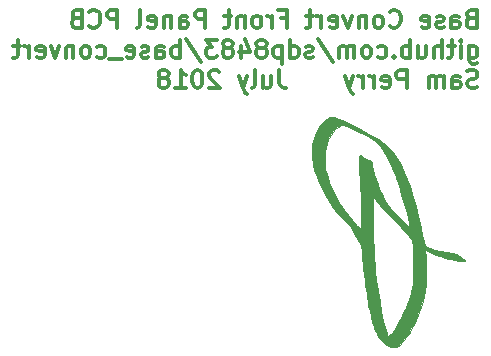
<source format=gbr>
G04 #@! TF.FileFunction,Legend,Bot*
%FSLAX46Y46*%
G04 Gerber Fmt 4.6, Leading zero omitted, Abs format (unit mm)*
G04 Created by KiCad (PCBNEW 4.0.7) date Friday, July 13, 2018 'AMt' 10:09:28 AM*
%MOMM*%
%LPD*%
G01*
G04 APERTURE LIST*
%ADD10C,0.100000*%
%ADD11C,0.300000*%
%ADD12C,0.010000*%
G04 APERTURE END LIST*
D10*
D11*
X140142857Y-88342857D02*
X139928571Y-88414286D01*
X139857143Y-88485714D01*
X139785714Y-88628571D01*
X139785714Y-88842857D01*
X139857143Y-88985714D01*
X139928571Y-89057143D01*
X140071429Y-89128571D01*
X140642857Y-89128571D01*
X140642857Y-87628571D01*
X140142857Y-87628571D01*
X140000000Y-87700000D01*
X139928571Y-87771429D01*
X139857143Y-87914286D01*
X139857143Y-88057143D01*
X139928571Y-88200000D01*
X140000000Y-88271429D01*
X140142857Y-88342857D01*
X140642857Y-88342857D01*
X138500000Y-89128571D02*
X138500000Y-88342857D01*
X138571429Y-88200000D01*
X138714286Y-88128571D01*
X139000000Y-88128571D01*
X139142857Y-88200000D01*
X138500000Y-89057143D02*
X138642857Y-89128571D01*
X139000000Y-89128571D01*
X139142857Y-89057143D01*
X139214286Y-88914286D01*
X139214286Y-88771429D01*
X139142857Y-88628571D01*
X139000000Y-88557143D01*
X138642857Y-88557143D01*
X138500000Y-88485714D01*
X137857143Y-89057143D02*
X137714286Y-89128571D01*
X137428571Y-89128571D01*
X137285714Y-89057143D01*
X137214286Y-88914286D01*
X137214286Y-88842857D01*
X137285714Y-88700000D01*
X137428571Y-88628571D01*
X137642857Y-88628571D01*
X137785714Y-88557143D01*
X137857143Y-88414286D01*
X137857143Y-88342857D01*
X137785714Y-88200000D01*
X137642857Y-88128571D01*
X137428571Y-88128571D01*
X137285714Y-88200000D01*
X136000000Y-89057143D02*
X136142857Y-89128571D01*
X136428571Y-89128571D01*
X136571428Y-89057143D01*
X136642857Y-88914286D01*
X136642857Y-88342857D01*
X136571428Y-88200000D01*
X136428571Y-88128571D01*
X136142857Y-88128571D01*
X136000000Y-88200000D01*
X135928571Y-88342857D01*
X135928571Y-88485714D01*
X136642857Y-88628571D01*
X133285714Y-88985714D02*
X133357143Y-89057143D01*
X133571429Y-89128571D01*
X133714286Y-89128571D01*
X133928571Y-89057143D01*
X134071429Y-88914286D01*
X134142857Y-88771429D01*
X134214286Y-88485714D01*
X134214286Y-88271429D01*
X134142857Y-87985714D01*
X134071429Y-87842857D01*
X133928571Y-87700000D01*
X133714286Y-87628571D01*
X133571429Y-87628571D01*
X133357143Y-87700000D01*
X133285714Y-87771429D01*
X132428571Y-89128571D02*
X132571429Y-89057143D01*
X132642857Y-88985714D01*
X132714286Y-88842857D01*
X132714286Y-88414286D01*
X132642857Y-88271429D01*
X132571429Y-88200000D01*
X132428571Y-88128571D01*
X132214286Y-88128571D01*
X132071429Y-88200000D01*
X132000000Y-88271429D01*
X131928571Y-88414286D01*
X131928571Y-88842857D01*
X132000000Y-88985714D01*
X132071429Y-89057143D01*
X132214286Y-89128571D01*
X132428571Y-89128571D01*
X131285714Y-88128571D02*
X131285714Y-89128571D01*
X131285714Y-88271429D02*
X131214286Y-88200000D01*
X131071428Y-88128571D01*
X130857143Y-88128571D01*
X130714286Y-88200000D01*
X130642857Y-88342857D01*
X130642857Y-89128571D01*
X130071428Y-88128571D02*
X129714285Y-89128571D01*
X129357143Y-88128571D01*
X128214286Y-89057143D02*
X128357143Y-89128571D01*
X128642857Y-89128571D01*
X128785714Y-89057143D01*
X128857143Y-88914286D01*
X128857143Y-88342857D01*
X128785714Y-88200000D01*
X128642857Y-88128571D01*
X128357143Y-88128571D01*
X128214286Y-88200000D01*
X128142857Y-88342857D01*
X128142857Y-88485714D01*
X128857143Y-88628571D01*
X127500000Y-89128571D02*
X127500000Y-88128571D01*
X127500000Y-88414286D02*
X127428572Y-88271429D01*
X127357143Y-88200000D01*
X127214286Y-88128571D01*
X127071429Y-88128571D01*
X126785715Y-88128571D02*
X126214286Y-88128571D01*
X126571429Y-87628571D02*
X126571429Y-88914286D01*
X126500001Y-89057143D01*
X126357143Y-89128571D01*
X126214286Y-89128571D01*
X124071429Y-88342857D02*
X124571429Y-88342857D01*
X124571429Y-89128571D02*
X124571429Y-87628571D01*
X123857143Y-87628571D01*
X123285715Y-89128571D02*
X123285715Y-88128571D01*
X123285715Y-88414286D02*
X123214287Y-88271429D01*
X123142858Y-88200000D01*
X123000001Y-88128571D01*
X122857144Y-88128571D01*
X122142858Y-89128571D02*
X122285716Y-89057143D01*
X122357144Y-88985714D01*
X122428573Y-88842857D01*
X122428573Y-88414286D01*
X122357144Y-88271429D01*
X122285716Y-88200000D01*
X122142858Y-88128571D01*
X121928573Y-88128571D01*
X121785716Y-88200000D01*
X121714287Y-88271429D01*
X121642858Y-88414286D01*
X121642858Y-88842857D01*
X121714287Y-88985714D01*
X121785716Y-89057143D01*
X121928573Y-89128571D01*
X122142858Y-89128571D01*
X121000001Y-88128571D02*
X121000001Y-89128571D01*
X121000001Y-88271429D02*
X120928573Y-88200000D01*
X120785715Y-88128571D01*
X120571430Y-88128571D01*
X120428573Y-88200000D01*
X120357144Y-88342857D01*
X120357144Y-89128571D01*
X119857144Y-88128571D02*
X119285715Y-88128571D01*
X119642858Y-87628571D02*
X119642858Y-88914286D01*
X119571430Y-89057143D01*
X119428572Y-89128571D01*
X119285715Y-89128571D01*
X117642858Y-89128571D02*
X117642858Y-87628571D01*
X117071430Y-87628571D01*
X116928572Y-87700000D01*
X116857144Y-87771429D01*
X116785715Y-87914286D01*
X116785715Y-88128571D01*
X116857144Y-88271429D01*
X116928572Y-88342857D01*
X117071430Y-88414286D01*
X117642858Y-88414286D01*
X115500001Y-89128571D02*
X115500001Y-88342857D01*
X115571430Y-88200000D01*
X115714287Y-88128571D01*
X116000001Y-88128571D01*
X116142858Y-88200000D01*
X115500001Y-89057143D02*
X115642858Y-89128571D01*
X116000001Y-89128571D01*
X116142858Y-89057143D01*
X116214287Y-88914286D01*
X116214287Y-88771429D01*
X116142858Y-88628571D01*
X116000001Y-88557143D01*
X115642858Y-88557143D01*
X115500001Y-88485714D01*
X114785715Y-88128571D02*
X114785715Y-89128571D01*
X114785715Y-88271429D02*
X114714287Y-88200000D01*
X114571429Y-88128571D01*
X114357144Y-88128571D01*
X114214287Y-88200000D01*
X114142858Y-88342857D01*
X114142858Y-89128571D01*
X112857144Y-89057143D02*
X113000001Y-89128571D01*
X113285715Y-89128571D01*
X113428572Y-89057143D01*
X113500001Y-88914286D01*
X113500001Y-88342857D01*
X113428572Y-88200000D01*
X113285715Y-88128571D01*
X113000001Y-88128571D01*
X112857144Y-88200000D01*
X112785715Y-88342857D01*
X112785715Y-88485714D01*
X113500001Y-88628571D01*
X111928572Y-89128571D02*
X112071430Y-89057143D01*
X112142858Y-88914286D01*
X112142858Y-87628571D01*
X110214287Y-89128571D02*
X110214287Y-87628571D01*
X109642859Y-87628571D01*
X109500001Y-87700000D01*
X109428573Y-87771429D01*
X109357144Y-87914286D01*
X109357144Y-88128571D01*
X109428573Y-88271429D01*
X109500001Y-88342857D01*
X109642859Y-88414286D01*
X110214287Y-88414286D01*
X107857144Y-88985714D02*
X107928573Y-89057143D01*
X108142859Y-89128571D01*
X108285716Y-89128571D01*
X108500001Y-89057143D01*
X108642859Y-88914286D01*
X108714287Y-88771429D01*
X108785716Y-88485714D01*
X108785716Y-88271429D01*
X108714287Y-87985714D01*
X108642859Y-87842857D01*
X108500001Y-87700000D01*
X108285716Y-87628571D01*
X108142859Y-87628571D01*
X107928573Y-87700000D01*
X107857144Y-87771429D01*
X106714287Y-88342857D02*
X106500001Y-88414286D01*
X106428573Y-88485714D01*
X106357144Y-88628571D01*
X106357144Y-88842857D01*
X106428573Y-88985714D01*
X106500001Y-89057143D01*
X106642859Y-89128571D01*
X107214287Y-89128571D01*
X107214287Y-87628571D01*
X106714287Y-87628571D01*
X106571430Y-87700000D01*
X106500001Y-87771429D01*
X106428573Y-87914286D01*
X106428573Y-88057143D01*
X106500001Y-88200000D01*
X106571430Y-88271429D01*
X106714287Y-88342857D01*
X107214287Y-88342857D01*
X140000000Y-90678571D02*
X140000000Y-91892857D01*
X140071429Y-92035714D01*
X140142857Y-92107143D01*
X140285714Y-92178571D01*
X140500000Y-92178571D01*
X140642857Y-92107143D01*
X140000000Y-91607143D02*
X140142857Y-91678571D01*
X140428571Y-91678571D01*
X140571429Y-91607143D01*
X140642857Y-91535714D01*
X140714286Y-91392857D01*
X140714286Y-90964286D01*
X140642857Y-90821429D01*
X140571429Y-90750000D01*
X140428571Y-90678571D01*
X140142857Y-90678571D01*
X140000000Y-90750000D01*
X139285714Y-91678571D02*
X139285714Y-90678571D01*
X139285714Y-90178571D02*
X139357143Y-90250000D01*
X139285714Y-90321429D01*
X139214286Y-90250000D01*
X139285714Y-90178571D01*
X139285714Y-90321429D01*
X138785714Y-90678571D02*
X138214285Y-90678571D01*
X138571428Y-90178571D02*
X138571428Y-91464286D01*
X138500000Y-91607143D01*
X138357142Y-91678571D01*
X138214285Y-91678571D01*
X137714285Y-91678571D02*
X137714285Y-90178571D01*
X137071428Y-91678571D02*
X137071428Y-90892857D01*
X137142857Y-90750000D01*
X137285714Y-90678571D01*
X137499999Y-90678571D01*
X137642857Y-90750000D01*
X137714285Y-90821429D01*
X135714285Y-90678571D02*
X135714285Y-91678571D01*
X136357142Y-90678571D02*
X136357142Y-91464286D01*
X136285714Y-91607143D01*
X136142856Y-91678571D01*
X135928571Y-91678571D01*
X135785714Y-91607143D01*
X135714285Y-91535714D01*
X134999999Y-91678571D02*
X134999999Y-90178571D01*
X134999999Y-90750000D02*
X134857142Y-90678571D01*
X134571428Y-90678571D01*
X134428571Y-90750000D01*
X134357142Y-90821429D01*
X134285713Y-90964286D01*
X134285713Y-91392857D01*
X134357142Y-91535714D01*
X134428571Y-91607143D01*
X134571428Y-91678571D01*
X134857142Y-91678571D01*
X134999999Y-91607143D01*
X133642856Y-91535714D02*
X133571428Y-91607143D01*
X133642856Y-91678571D01*
X133714285Y-91607143D01*
X133642856Y-91535714D01*
X133642856Y-91678571D01*
X132285713Y-91607143D02*
X132428570Y-91678571D01*
X132714284Y-91678571D01*
X132857142Y-91607143D01*
X132928570Y-91535714D01*
X132999999Y-91392857D01*
X132999999Y-90964286D01*
X132928570Y-90821429D01*
X132857142Y-90750000D01*
X132714284Y-90678571D01*
X132428570Y-90678571D01*
X132285713Y-90750000D01*
X131428570Y-91678571D02*
X131571428Y-91607143D01*
X131642856Y-91535714D01*
X131714285Y-91392857D01*
X131714285Y-90964286D01*
X131642856Y-90821429D01*
X131571428Y-90750000D01*
X131428570Y-90678571D01*
X131214285Y-90678571D01*
X131071428Y-90750000D01*
X130999999Y-90821429D01*
X130928570Y-90964286D01*
X130928570Y-91392857D01*
X130999999Y-91535714D01*
X131071428Y-91607143D01*
X131214285Y-91678571D01*
X131428570Y-91678571D01*
X130285713Y-91678571D02*
X130285713Y-90678571D01*
X130285713Y-90821429D02*
X130214285Y-90750000D01*
X130071427Y-90678571D01*
X129857142Y-90678571D01*
X129714285Y-90750000D01*
X129642856Y-90892857D01*
X129642856Y-91678571D01*
X129642856Y-90892857D02*
X129571427Y-90750000D01*
X129428570Y-90678571D01*
X129214285Y-90678571D01*
X129071427Y-90750000D01*
X128999999Y-90892857D01*
X128999999Y-91678571D01*
X127214285Y-90107143D02*
X128499999Y-92035714D01*
X126785713Y-91607143D02*
X126642856Y-91678571D01*
X126357141Y-91678571D01*
X126214284Y-91607143D01*
X126142856Y-91464286D01*
X126142856Y-91392857D01*
X126214284Y-91250000D01*
X126357141Y-91178571D01*
X126571427Y-91178571D01*
X126714284Y-91107143D01*
X126785713Y-90964286D01*
X126785713Y-90892857D01*
X126714284Y-90750000D01*
X126571427Y-90678571D01*
X126357141Y-90678571D01*
X126214284Y-90750000D01*
X124857141Y-91678571D02*
X124857141Y-90178571D01*
X124857141Y-91607143D02*
X124999998Y-91678571D01*
X125285712Y-91678571D01*
X125428570Y-91607143D01*
X125499998Y-91535714D01*
X125571427Y-91392857D01*
X125571427Y-90964286D01*
X125499998Y-90821429D01*
X125428570Y-90750000D01*
X125285712Y-90678571D01*
X124999998Y-90678571D01*
X124857141Y-90750000D01*
X124142855Y-90678571D02*
X124142855Y-92178571D01*
X124142855Y-90750000D02*
X123999998Y-90678571D01*
X123714284Y-90678571D01*
X123571427Y-90750000D01*
X123499998Y-90821429D01*
X123428569Y-90964286D01*
X123428569Y-91392857D01*
X123499998Y-91535714D01*
X123571427Y-91607143D01*
X123714284Y-91678571D01*
X123999998Y-91678571D01*
X124142855Y-91607143D01*
X122571426Y-90821429D02*
X122714284Y-90750000D01*
X122785712Y-90678571D01*
X122857141Y-90535714D01*
X122857141Y-90464286D01*
X122785712Y-90321429D01*
X122714284Y-90250000D01*
X122571426Y-90178571D01*
X122285712Y-90178571D01*
X122142855Y-90250000D01*
X122071426Y-90321429D01*
X121999998Y-90464286D01*
X121999998Y-90535714D01*
X122071426Y-90678571D01*
X122142855Y-90750000D01*
X122285712Y-90821429D01*
X122571426Y-90821429D01*
X122714284Y-90892857D01*
X122785712Y-90964286D01*
X122857141Y-91107143D01*
X122857141Y-91392857D01*
X122785712Y-91535714D01*
X122714284Y-91607143D01*
X122571426Y-91678571D01*
X122285712Y-91678571D01*
X122142855Y-91607143D01*
X122071426Y-91535714D01*
X121999998Y-91392857D01*
X121999998Y-91107143D01*
X122071426Y-90964286D01*
X122142855Y-90892857D01*
X122285712Y-90821429D01*
X120714284Y-90678571D02*
X120714284Y-91678571D01*
X121071427Y-90107143D02*
X121428570Y-91178571D01*
X120499998Y-91178571D01*
X119714284Y-90821429D02*
X119857142Y-90750000D01*
X119928570Y-90678571D01*
X119999999Y-90535714D01*
X119999999Y-90464286D01*
X119928570Y-90321429D01*
X119857142Y-90250000D01*
X119714284Y-90178571D01*
X119428570Y-90178571D01*
X119285713Y-90250000D01*
X119214284Y-90321429D01*
X119142856Y-90464286D01*
X119142856Y-90535714D01*
X119214284Y-90678571D01*
X119285713Y-90750000D01*
X119428570Y-90821429D01*
X119714284Y-90821429D01*
X119857142Y-90892857D01*
X119928570Y-90964286D01*
X119999999Y-91107143D01*
X119999999Y-91392857D01*
X119928570Y-91535714D01*
X119857142Y-91607143D01*
X119714284Y-91678571D01*
X119428570Y-91678571D01*
X119285713Y-91607143D01*
X119214284Y-91535714D01*
X119142856Y-91392857D01*
X119142856Y-91107143D01*
X119214284Y-90964286D01*
X119285713Y-90892857D01*
X119428570Y-90821429D01*
X118642856Y-90178571D02*
X117714285Y-90178571D01*
X118214285Y-90750000D01*
X117999999Y-90750000D01*
X117857142Y-90821429D01*
X117785713Y-90892857D01*
X117714285Y-91035714D01*
X117714285Y-91392857D01*
X117785713Y-91535714D01*
X117857142Y-91607143D01*
X117999999Y-91678571D01*
X118428571Y-91678571D01*
X118571428Y-91607143D01*
X118642856Y-91535714D01*
X116000000Y-90107143D02*
X117285714Y-92035714D01*
X115499999Y-91678571D02*
X115499999Y-90178571D01*
X115499999Y-90750000D02*
X115357142Y-90678571D01*
X115071428Y-90678571D01*
X114928571Y-90750000D01*
X114857142Y-90821429D01*
X114785713Y-90964286D01*
X114785713Y-91392857D01*
X114857142Y-91535714D01*
X114928571Y-91607143D01*
X115071428Y-91678571D01*
X115357142Y-91678571D01*
X115499999Y-91607143D01*
X113499999Y-91678571D02*
X113499999Y-90892857D01*
X113571428Y-90750000D01*
X113714285Y-90678571D01*
X113999999Y-90678571D01*
X114142856Y-90750000D01*
X113499999Y-91607143D02*
X113642856Y-91678571D01*
X113999999Y-91678571D01*
X114142856Y-91607143D01*
X114214285Y-91464286D01*
X114214285Y-91321429D01*
X114142856Y-91178571D01*
X113999999Y-91107143D01*
X113642856Y-91107143D01*
X113499999Y-91035714D01*
X112857142Y-91607143D02*
X112714285Y-91678571D01*
X112428570Y-91678571D01*
X112285713Y-91607143D01*
X112214285Y-91464286D01*
X112214285Y-91392857D01*
X112285713Y-91250000D01*
X112428570Y-91178571D01*
X112642856Y-91178571D01*
X112785713Y-91107143D01*
X112857142Y-90964286D01*
X112857142Y-90892857D01*
X112785713Y-90750000D01*
X112642856Y-90678571D01*
X112428570Y-90678571D01*
X112285713Y-90750000D01*
X110999999Y-91607143D02*
X111142856Y-91678571D01*
X111428570Y-91678571D01*
X111571427Y-91607143D01*
X111642856Y-91464286D01*
X111642856Y-90892857D01*
X111571427Y-90750000D01*
X111428570Y-90678571D01*
X111142856Y-90678571D01*
X110999999Y-90750000D01*
X110928570Y-90892857D01*
X110928570Y-91035714D01*
X111642856Y-91178571D01*
X110642856Y-91821429D02*
X109499999Y-91821429D01*
X108499999Y-91607143D02*
X108642856Y-91678571D01*
X108928570Y-91678571D01*
X109071428Y-91607143D01*
X109142856Y-91535714D01*
X109214285Y-91392857D01*
X109214285Y-90964286D01*
X109142856Y-90821429D01*
X109071428Y-90750000D01*
X108928570Y-90678571D01*
X108642856Y-90678571D01*
X108499999Y-90750000D01*
X107642856Y-91678571D02*
X107785714Y-91607143D01*
X107857142Y-91535714D01*
X107928571Y-91392857D01*
X107928571Y-90964286D01*
X107857142Y-90821429D01*
X107785714Y-90750000D01*
X107642856Y-90678571D01*
X107428571Y-90678571D01*
X107285714Y-90750000D01*
X107214285Y-90821429D01*
X107142856Y-90964286D01*
X107142856Y-91392857D01*
X107214285Y-91535714D01*
X107285714Y-91607143D01*
X107428571Y-91678571D01*
X107642856Y-91678571D01*
X106499999Y-90678571D02*
X106499999Y-91678571D01*
X106499999Y-90821429D02*
X106428571Y-90750000D01*
X106285713Y-90678571D01*
X106071428Y-90678571D01*
X105928571Y-90750000D01*
X105857142Y-90892857D01*
X105857142Y-91678571D01*
X105285713Y-90678571D02*
X104928570Y-91678571D01*
X104571428Y-90678571D01*
X103428571Y-91607143D02*
X103571428Y-91678571D01*
X103857142Y-91678571D01*
X103999999Y-91607143D01*
X104071428Y-91464286D01*
X104071428Y-90892857D01*
X103999999Y-90750000D01*
X103857142Y-90678571D01*
X103571428Y-90678571D01*
X103428571Y-90750000D01*
X103357142Y-90892857D01*
X103357142Y-91035714D01*
X104071428Y-91178571D01*
X102714285Y-91678571D02*
X102714285Y-90678571D01*
X102714285Y-90964286D02*
X102642857Y-90821429D01*
X102571428Y-90750000D01*
X102428571Y-90678571D01*
X102285714Y-90678571D01*
X102000000Y-90678571D02*
X101428571Y-90678571D01*
X101785714Y-90178571D02*
X101785714Y-91464286D01*
X101714286Y-91607143D01*
X101571428Y-91678571D01*
X101428571Y-91678571D01*
X140714286Y-94157143D02*
X140500000Y-94228571D01*
X140142857Y-94228571D01*
X140000000Y-94157143D01*
X139928571Y-94085714D01*
X139857143Y-93942857D01*
X139857143Y-93800000D01*
X139928571Y-93657143D01*
X140000000Y-93585714D01*
X140142857Y-93514286D01*
X140428571Y-93442857D01*
X140571429Y-93371429D01*
X140642857Y-93300000D01*
X140714286Y-93157143D01*
X140714286Y-93014286D01*
X140642857Y-92871429D01*
X140571429Y-92800000D01*
X140428571Y-92728571D01*
X140071429Y-92728571D01*
X139857143Y-92800000D01*
X138571429Y-94228571D02*
X138571429Y-93442857D01*
X138642858Y-93300000D01*
X138785715Y-93228571D01*
X139071429Y-93228571D01*
X139214286Y-93300000D01*
X138571429Y-94157143D02*
X138714286Y-94228571D01*
X139071429Y-94228571D01*
X139214286Y-94157143D01*
X139285715Y-94014286D01*
X139285715Y-93871429D01*
X139214286Y-93728571D01*
X139071429Y-93657143D01*
X138714286Y-93657143D01*
X138571429Y-93585714D01*
X137857143Y-94228571D02*
X137857143Y-93228571D01*
X137857143Y-93371429D02*
X137785715Y-93300000D01*
X137642857Y-93228571D01*
X137428572Y-93228571D01*
X137285715Y-93300000D01*
X137214286Y-93442857D01*
X137214286Y-94228571D01*
X137214286Y-93442857D02*
X137142857Y-93300000D01*
X137000000Y-93228571D01*
X136785715Y-93228571D01*
X136642857Y-93300000D01*
X136571429Y-93442857D01*
X136571429Y-94228571D01*
X134714286Y-94228571D02*
X134714286Y-92728571D01*
X134142858Y-92728571D01*
X134000000Y-92800000D01*
X133928572Y-92871429D01*
X133857143Y-93014286D01*
X133857143Y-93228571D01*
X133928572Y-93371429D01*
X134000000Y-93442857D01*
X134142858Y-93514286D01*
X134714286Y-93514286D01*
X132642858Y-94157143D02*
X132785715Y-94228571D01*
X133071429Y-94228571D01*
X133214286Y-94157143D01*
X133285715Y-94014286D01*
X133285715Y-93442857D01*
X133214286Y-93300000D01*
X133071429Y-93228571D01*
X132785715Y-93228571D01*
X132642858Y-93300000D01*
X132571429Y-93442857D01*
X132571429Y-93585714D01*
X133285715Y-93728571D01*
X131928572Y-94228571D02*
X131928572Y-93228571D01*
X131928572Y-93514286D02*
X131857144Y-93371429D01*
X131785715Y-93300000D01*
X131642858Y-93228571D01*
X131500001Y-93228571D01*
X131000001Y-94228571D02*
X131000001Y-93228571D01*
X131000001Y-93514286D02*
X130928573Y-93371429D01*
X130857144Y-93300000D01*
X130714287Y-93228571D01*
X130571430Y-93228571D01*
X130214287Y-93228571D02*
X129857144Y-94228571D01*
X129500002Y-93228571D02*
X129857144Y-94228571D01*
X130000002Y-94585714D01*
X130071430Y-94657143D01*
X130214287Y-94728571D01*
X123928574Y-92728571D02*
X123928574Y-93800000D01*
X124000002Y-94014286D01*
X124142859Y-94157143D01*
X124357145Y-94228571D01*
X124500002Y-94228571D01*
X122571431Y-93228571D02*
X122571431Y-94228571D01*
X123214288Y-93228571D02*
X123214288Y-94014286D01*
X123142860Y-94157143D01*
X123000002Y-94228571D01*
X122785717Y-94228571D01*
X122642860Y-94157143D01*
X122571431Y-94085714D01*
X121642859Y-94228571D02*
X121785717Y-94157143D01*
X121857145Y-94014286D01*
X121857145Y-92728571D01*
X121214288Y-93228571D02*
X120857145Y-94228571D01*
X120500003Y-93228571D02*
X120857145Y-94228571D01*
X121000003Y-94585714D01*
X121071431Y-94657143D01*
X121214288Y-94728571D01*
X118857146Y-92871429D02*
X118785717Y-92800000D01*
X118642860Y-92728571D01*
X118285717Y-92728571D01*
X118142860Y-92800000D01*
X118071431Y-92871429D01*
X118000003Y-93014286D01*
X118000003Y-93157143D01*
X118071431Y-93371429D01*
X118928574Y-94228571D01*
X118000003Y-94228571D01*
X117071432Y-92728571D02*
X116928575Y-92728571D01*
X116785718Y-92800000D01*
X116714289Y-92871429D01*
X116642860Y-93014286D01*
X116571432Y-93300000D01*
X116571432Y-93657143D01*
X116642860Y-93942857D01*
X116714289Y-94085714D01*
X116785718Y-94157143D01*
X116928575Y-94228571D01*
X117071432Y-94228571D01*
X117214289Y-94157143D01*
X117285718Y-94085714D01*
X117357146Y-93942857D01*
X117428575Y-93657143D01*
X117428575Y-93300000D01*
X117357146Y-93014286D01*
X117285718Y-92871429D01*
X117214289Y-92800000D01*
X117071432Y-92728571D01*
X115142861Y-94228571D02*
X116000004Y-94228571D01*
X115571432Y-94228571D02*
X115571432Y-92728571D01*
X115714289Y-92942857D01*
X115857147Y-93085714D01*
X116000004Y-93157143D01*
X114285718Y-93371429D02*
X114428576Y-93300000D01*
X114500004Y-93228571D01*
X114571433Y-93085714D01*
X114571433Y-93014286D01*
X114500004Y-92871429D01*
X114428576Y-92800000D01*
X114285718Y-92728571D01*
X114000004Y-92728571D01*
X113857147Y-92800000D01*
X113785718Y-92871429D01*
X113714290Y-93014286D01*
X113714290Y-93085714D01*
X113785718Y-93228571D01*
X113857147Y-93300000D01*
X114000004Y-93371429D01*
X114285718Y-93371429D01*
X114428576Y-93442857D01*
X114500004Y-93514286D01*
X114571433Y-93657143D01*
X114571433Y-93942857D01*
X114500004Y-94085714D01*
X114428576Y-94157143D01*
X114285718Y-94228571D01*
X114000004Y-94228571D01*
X113857147Y-94157143D01*
X113785718Y-94085714D01*
X113714290Y-93942857D01*
X113714290Y-93657143D01*
X113785718Y-93514286D01*
X113857147Y-93442857D01*
X114000004Y-93371429D01*
D12*
G36*
X128139553Y-96709348D02*
X127937731Y-96839334D01*
X127715678Y-97036098D01*
X127491515Y-97283423D01*
X127283360Y-97565091D01*
X127267690Y-97589011D01*
X127010527Y-98057772D01*
X126833932Y-98556124D01*
X126730604Y-99108988D01*
X126698323Y-99532357D01*
X126704044Y-100098753D01*
X126770386Y-100654110D01*
X126902541Y-101218756D01*
X127105699Y-101813019D01*
X127385053Y-102457228D01*
X127512198Y-102719216D01*
X127827331Y-103314811D01*
X128156178Y-103854710D01*
X128518977Y-104367300D01*
X128935966Y-104880965D01*
X129427383Y-105424091D01*
X129481403Y-105481123D01*
X129753580Y-105780373D01*
X129972593Y-106056338D01*
X130164695Y-106346779D01*
X130356140Y-106689456D01*
X130453023Y-106878632D01*
X130568581Y-107097345D01*
X130675704Y-107280024D01*
X130758208Y-107399921D01*
X130785481Y-107428195D01*
X130822715Y-107478544D01*
X130852443Y-107579049D01*
X130876947Y-107745480D01*
X130898508Y-107993606D01*
X130919406Y-108339196D01*
X130920641Y-108362471D01*
X130944639Y-108695766D01*
X130984206Y-109107183D01*
X131035455Y-109562356D01*
X131094498Y-110026920D01*
X131157450Y-110466509D01*
X131161925Y-110495605D01*
X131223765Y-110899717D01*
X131283924Y-111300335D01*
X131338626Y-111671749D01*
X131384094Y-111988247D01*
X131416551Y-112224119D01*
X131422196Y-112267522D01*
X131485499Y-112667507D01*
X131576530Y-113113360D01*
X131687894Y-113577654D01*
X131812197Y-114032962D01*
X131942045Y-114451858D01*
X132070044Y-114806913D01*
X132165888Y-115026046D01*
X132312698Y-115299355D01*
X132455363Y-115502883D01*
X132623580Y-115675872D01*
X132719184Y-115757194D01*
X132902154Y-115900104D01*
X133071723Y-116022154D01*
X133190025Y-116096254D01*
X133401123Y-116175147D01*
X133624715Y-116212273D01*
X133811955Y-116200841D01*
X133850957Y-116188124D01*
X133958554Y-116114028D01*
X134115156Y-115970665D01*
X134300824Y-115779752D01*
X134495621Y-115563010D01*
X134679608Y-115342157D01*
X134832846Y-115138913D01*
X134884056Y-115062753D01*
X134974533Y-114907502D01*
X135099762Y-114673559D01*
X135246847Y-114385971D01*
X135402891Y-114069783D01*
X135503941Y-113858834D01*
X135803552Y-113176073D01*
X136030259Y-112540909D01*
X136193151Y-111921507D01*
X136301318Y-111286034D01*
X136339538Y-110932134D01*
X136358839Y-110627395D01*
X136370082Y-110257455D01*
X136373672Y-109848710D01*
X136370014Y-109427556D01*
X136359511Y-109020389D01*
X136347113Y-108752005D01*
X135292954Y-108752005D01*
X135292830Y-109229466D01*
X135286487Y-109647865D01*
X135277131Y-110078264D01*
X135266838Y-110416345D01*
X135253406Y-110683938D01*
X135234633Y-110902876D01*
X135208320Y-111094990D01*
X135172265Y-111282112D01*
X135124267Y-111486072D01*
X135085999Y-111636553D01*
X134980964Y-111981704D01*
X134829822Y-112395450D01*
X134645430Y-112848634D01*
X134440641Y-113312099D01*
X134228312Y-113756687D01*
X134021297Y-114153242D01*
X133842437Y-114457090D01*
X133699521Y-114663624D01*
X133542517Y-114863830D01*
X133388809Y-115038643D01*
X133255783Y-115169000D01*
X133160822Y-115235836D01*
X133130228Y-115238103D01*
X133092302Y-115172735D01*
X133033990Y-115024905D01*
X132965746Y-114822064D01*
X132940316Y-114739381D01*
X132789601Y-114200907D01*
X132660463Y-113655597D01*
X132545652Y-113069349D01*
X132437920Y-112408063D01*
X132422241Y-112302461D01*
X132361743Y-111890055D01*
X132292382Y-111416465D01*
X132221737Y-110933473D01*
X132157385Y-110492863D01*
X132142364Y-110389887D01*
X132066887Y-109810220D01*
X132005267Y-109195647D01*
X131956800Y-108532558D01*
X131920778Y-107807348D01*
X131896494Y-107006409D01*
X131883244Y-106116132D01*
X131880112Y-105337348D01*
X131880112Y-103427815D01*
X132090889Y-103740986D01*
X132206445Y-103892363D01*
X132389218Y-104107133D01*
X132624306Y-104369389D01*
X132896810Y-104663222D01*
X133191828Y-104972726D01*
X133494461Y-105281991D01*
X133789807Y-105575110D01*
X133982942Y-105760944D01*
X134147814Y-105928112D01*
X134353188Y-106152328D01*
X134569410Y-106400583D01*
X134717688Y-106578790D01*
X135147581Y-107107835D01*
X135230084Y-107721445D01*
X135262150Y-108017418D01*
X135282917Y-108354463D01*
X135292954Y-108752005D01*
X136347113Y-108752005D01*
X136342567Y-108653606D01*
X136319586Y-108353602D01*
X136297424Y-108181141D01*
X136261222Y-107970147D01*
X136853252Y-108220546D01*
X137163187Y-108344764D01*
X137503148Y-108470126D01*
X137820058Y-108577455D01*
X137958989Y-108620026D01*
X138211993Y-108686360D01*
X138506046Y-108752400D01*
X138815525Y-108813672D01*
X139114807Y-108865699D01*
X139378268Y-108904005D01*
X139580287Y-108924114D01*
X139690733Y-108922530D01*
X139693846Y-108886481D01*
X139619386Y-108806813D01*
X139488015Y-108698057D01*
X139320397Y-108574748D01*
X139137193Y-108451418D01*
X138959067Y-108342599D01*
X138806680Y-108262823D01*
X138701420Y-108226718D01*
X138079840Y-108134577D01*
X137536919Y-108033549D01*
X137079866Y-107925555D01*
X136715892Y-107812515D01*
X136452205Y-107696350D01*
X136303996Y-107587951D01*
X136245972Y-107505898D01*
X136195791Y-107384301D01*
X136148135Y-107203744D01*
X136097687Y-106944808D01*
X136051264Y-106665151D01*
X135949695Y-106108988D01*
X134968080Y-106108988D01*
X134162748Y-105292220D01*
X133756321Y-104867725D01*
X133423333Y-104489167D01*
X133146547Y-104133134D01*
X132908724Y-103776215D01*
X132692626Y-103394996D01*
X132536725Y-103083820D01*
X132404338Y-102774726D01*
X132261901Y-102386034D01*
X132119751Y-101950467D01*
X131988229Y-101500750D01*
X131877672Y-101069604D01*
X131825634Y-100833106D01*
X131763368Y-100589886D01*
X131690499Y-100444261D01*
X131596759Y-100379670D01*
X131540114Y-100372584D01*
X131446208Y-100341284D01*
X131293968Y-100259229D01*
X131116479Y-100144269D01*
X130945046Y-100030077D01*
X130806067Y-99948200D01*
X130729025Y-99915974D01*
X130728177Y-99915955D01*
X130710407Y-99970429D01*
X130699446Y-100123881D01*
X130694943Y-100361358D01*
X130696549Y-100667906D01*
X130703912Y-101028570D01*
X130716684Y-101428396D01*
X130734514Y-101852431D01*
X130757051Y-102285720D01*
X130783947Y-102713309D01*
X130798335Y-102912584D01*
X130812446Y-103148756D01*
X130824551Y-103447060D01*
X130834540Y-103790533D01*
X130842300Y-104162213D01*
X130847718Y-104545139D01*
X130850683Y-104922348D01*
X130851083Y-105276880D01*
X130848805Y-105591771D01*
X130843737Y-105850061D01*
X130835768Y-106034787D01*
X130824785Y-106128989D01*
X130819651Y-106137528D01*
X130765195Y-106099980D01*
X130657616Y-106002579D01*
X130548528Y-105894943D01*
X130194631Y-105516310D01*
X129833606Y-105098302D01*
X129500948Y-104683037D01*
X129311408Y-104427030D01*
X129075287Y-104063831D01*
X128823939Y-103624511D01*
X128574066Y-103142549D01*
X128342373Y-102651425D01*
X128145564Y-102184618D01*
X128021025Y-101840710D01*
X127933586Y-101563119D01*
X127872950Y-101336206D01*
X127833086Y-101123445D01*
X127807962Y-100888313D01*
X127791549Y-100594287D01*
X127784547Y-100408704D01*
X127778612Y-99952371D01*
X127799928Y-99575473D01*
X127854486Y-99245282D01*
X127948279Y-98929071D01*
X128087301Y-98594115D01*
X128135614Y-98491542D01*
X128277891Y-98241967D01*
X128461869Y-97984752D01*
X128665253Y-97745588D01*
X128865748Y-97550165D01*
X129041059Y-97424176D01*
X129076556Y-97407270D01*
X129158760Y-97385386D01*
X129260911Y-97385723D01*
X129394911Y-97412584D01*
X129572661Y-97470270D01*
X129806062Y-97563080D01*
X130107018Y-97695318D01*
X130487428Y-97871282D01*
X130893433Y-98063838D01*
X131264568Y-98245891D01*
X131550777Y-98398741D01*
X131773277Y-98535202D01*
X131953282Y-98668088D01*
X132082899Y-98782278D01*
X132446592Y-99183820D01*
X132803299Y-99691391D01*
X133148446Y-100296892D01*
X133477457Y-100992219D01*
X133785755Y-101769270D01*
X133813786Y-101847007D01*
X133965261Y-102287552D01*
X134123007Y-102776597D01*
X134281467Y-103294231D01*
X134435084Y-103820544D01*
X134578301Y-104335623D01*
X134705563Y-104819560D01*
X134811311Y-105252444D01*
X134889989Y-105614362D01*
X134931547Y-105852134D01*
X134968080Y-106108988D01*
X135949695Y-106108988D01*
X135939515Y-106053246D01*
X135791231Y-105381952D01*
X135613085Y-104673425D01*
X135411753Y-103949820D01*
X135193909Y-103233294D01*
X134966226Y-102546001D01*
X134735378Y-101910099D01*
X134508041Y-101347742D01*
X134336226Y-100971910D01*
X134031415Y-100388948D01*
X133728181Y-99899684D01*
X133410039Y-99485095D01*
X133060504Y-99126160D01*
X132663090Y-98803856D01*
X132201313Y-98499163D01*
X132184454Y-98488988D01*
X131807101Y-98269287D01*
X131391754Y-98040365D01*
X130952569Y-97808885D01*
X130503706Y-97581510D01*
X130059320Y-97364902D01*
X129633570Y-97165724D01*
X129240613Y-96990639D01*
X128894606Y-96846308D01*
X128609707Y-96739395D01*
X128400073Y-96676563D01*
X128303027Y-96662357D01*
X128139553Y-96709348D01*
X128139553Y-96709348D01*
G37*
X128139553Y-96709348D02*
X127937731Y-96839334D01*
X127715678Y-97036098D01*
X127491515Y-97283423D01*
X127283360Y-97565091D01*
X127267690Y-97589011D01*
X127010527Y-98057772D01*
X126833932Y-98556124D01*
X126730604Y-99108988D01*
X126698323Y-99532357D01*
X126704044Y-100098753D01*
X126770386Y-100654110D01*
X126902541Y-101218756D01*
X127105699Y-101813019D01*
X127385053Y-102457228D01*
X127512198Y-102719216D01*
X127827331Y-103314811D01*
X128156178Y-103854710D01*
X128518977Y-104367300D01*
X128935966Y-104880965D01*
X129427383Y-105424091D01*
X129481403Y-105481123D01*
X129753580Y-105780373D01*
X129972593Y-106056338D01*
X130164695Y-106346779D01*
X130356140Y-106689456D01*
X130453023Y-106878632D01*
X130568581Y-107097345D01*
X130675704Y-107280024D01*
X130758208Y-107399921D01*
X130785481Y-107428195D01*
X130822715Y-107478544D01*
X130852443Y-107579049D01*
X130876947Y-107745480D01*
X130898508Y-107993606D01*
X130919406Y-108339196D01*
X130920641Y-108362471D01*
X130944639Y-108695766D01*
X130984206Y-109107183D01*
X131035455Y-109562356D01*
X131094498Y-110026920D01*
X131157450Y-110466509D01*
X131161925Y-110495605D01*
X131223765Y-110899717D01*
X131283924Y-111300335D01*
X131338626Y-111671749D01*
X131384094Y-111988247D01*
X131416551Y-112224119D01*
X131422196Y-112267522D01*
X131485499Y-112667507D01*
X131576530Y-113113360D01*
X131687894Y-113577654D01*
X131812197Y-114032962D01*
X131942045Y-114451858D01*
X132070044Y-114806913D01*
X132165888Y-115026046D01*
X132312698Y-115299355D01*
X132455363Y-115502883D01*
X132623580Y-115675872D01*
X132719184Y-115757194D01*
X132902154Y-115900104D01*
X133071723Y-116022154D01*
X133190025Y-116096254D01*
X133401123Y-116175147D01*
X133624715Y-116212273D01*
X133811955Y-116200841D01*
X133850957Y-116188124D01*
X133958554Y-116114028D01*
X134115156Y-115970665D01*
X134300824Y-115779752D01*
X134495621Y-115563010D01*
X134679608Y-115342157D01*
X134832846Y-115138913D01*
X134884056Y-115062753D01*
X134974533Y-114907502D01*
X135099762Y-114673559D01*
X135246847Y-114385971D01*
X135402891Y-114069783D01*
X135503941Y-113858834D01*
X135803552Y-113176073D01*
X136030259Y-112540909D01*
X136193151Y-111921507D01*
X136301318Y-111286034D01*
X136339538Y-110932134D01*
X136358839Y-110627395D01*
X136370082Y-110257455D01*
X136373672Y-109848710D01*
X136370014Y-109427556D01*
X136359511Y-109020389D01*
X136347113Y-108752005D01*
X135292954Y-108752005D01*
X135292830Y-109229466D01*
X135286487Y-109647865D01*
X135277131Y-110078264D01*
X135266838Y-110416345D01*
X135253406Y-110683938D01*
X135234633Y-110902876D01*
X135208320Y-111094990D01*
X135172265Y-111282112D01*
X135124267Y-111486072D01*
X135085999Y-111636553D01*
X134980964Y-111981704D01*
X134829822Y-112395450D01*
X134645430Y-112848634D01*
X134440641Y-113312099D01*
X134228312Y-113756687D01*
X134021297Y-114153242D01*
X133842437Y-114457090D01*
X133699521Y-114663624D01*
X133542517Y-114863830D01*
X133388809Y-115038643D01*
X133255783Y-115169000D01*
X133160822Y-115235836D01*
X133130228Y-115238103D01*
X133092302Y-115172735D01*
X133033990Y-115024905D01*
X132965746Y-114822064D01*
X132940316Y-114739381D01*
X132789601Y-114200907D01*
X132660463Y-113655597D01*
X132545652Y-113069349D01*
X132437920Y-112408063D01*
X132422241Y-112302461D01*
X132361743Y-111890055D01*
X132292382Y-111416465D01*
X132221737Y-110933473D01*
X132157385Y-110492863D01*
X132142364Y-110389887D01*
X132066887Y-109810220D01*
X132005267Y-109195647D01*
X131956800Y-108532558D01*
X131920778Y-107807348D01*
X131896494Y-107006409D01*
X131883244Y-106116132D01*
X131880112Y-105337348D01*
X131880112Y-103427815D01*
X132090889Y-103740986D01*
X132206445Y-103892363D01*
X132389218Y-104107133D01*
X132624306Y-104369389D01*
X132896810Y-104663222D01*
X133191828Y-104972726D01*
X133494461Y-105281991D01*
X133789807Y-105575110D01*
X133982942Y-105760944D01*
X134147814Y-105928112D01*
X134353188Y-106152328D01*
X134569410Y-106400583D01*
X134717688Y-106578790D01*
X135147581Y-107107835D01*
X135230084Y-107721445D01*
X135262150Y-108017418D01*
X135282917Y-108354463D01*
X135292954Y-108752005D01*
X136347113Y-108752005D01*
X136342567Y-108653606D01*
X136319586Y-108353602D01*
X136297424Y-108181141D01*
X136261222Y-107970147D01*
X136853252Y-108220546D01*
X137163187Y-108344764D01*
X137503148Y-108470126D01*
X137820058Y-108577455D01*
X137958989Y-108620026D01*
X138211993Y-108686360D01*
X138506046Y-108752400D01*
X138815525Y-108813672D01*
X139114807Y-108865699D01*
X139378268Y-108904005D01*
X139580287Y-108924114D01*
X139690733Y-108922530D01*
X139693846Y-108886481D01*
X139619386Y-108806813D01*
X139488015Y-108698057D01*
X139320397Y-108574748D01*
X139137193Y-108451418D01*
X138959067Y-108342599D01*
X138806680Y-108262823D01*
X138701420Y-108226718D01*
X138079840Y-108134577D01*
X137536919Y-108033549D01*
X137079866Y-107925555D01*
X136715892Y-107812515D01*
X136452205Y-107696350D01*
X136303996Y-107587951D01*
X136245972Y-107505898D01*
X136195791Y-107384301D01*
X136148135Y-107203744D01*
X136097687Y-106944808D01*
X136051264Y-106665151D01*
X135949695Y-106108988D01*
X134968080Y-106108988D01*
X134162748Y-105292220D01*
X133756321Y-104867725D01*
X133423333Y-104489167D01*
X133146547Y-104133134D01*
X132908724Y-103776215D01*
X132692626Y-103394996D01*
X132536725Y-103083820D01*
X132404338Y-102774726D01*
X132261901Y-102386034D01*
X132119751Y-101950467D01*
X131988229Y-101500750D01*
X131877672Y-101069604D01*
X131825634Y-100833106D01*
X131763368Y-100589886D01*
X131690499Y-100444261D01*
X131596759Y-100379670D01*
X131540114Y-100372584D01*
X131446208Y-100341284D01*
X131293968Y-100259229D01*
X131116479Y-100144269D01*
X130945046Y-100030077D01*
X130806067Y-99948200D01*
X130729025Y-99915974D01*
X130728177Y-99915955D01*
X130710407Y-99970429D01*
X130699446Y-100123881D01*
X130694943Y-100361358D01*
X130696549Y-100667906D01*
X130703912Y-101028570D01*
X130716684Y-101428396D01*
X130734514Y-101852431D01*
X130757051Y-102285720D01*
X130783947Y-102713309D01*
X130798335Y-102912584D01*
X130812446Y-103148756D01*
X130824551Y-103447060D01*
X130834540Y-103790533D01*
X130842300Y-104162213D01*
X130847718Y-104545139D01*
X130850683Y-104922348D01*
X130851083Y-105276880D01*
X130848805Y-105591771D01*
X130843737Y-105850061D01*
X130835768Y-106034787D01*
X130824785Y-106128989D01*
X130819651Y-106137528D01*
X130765195Y-106099980D01*
X130657616Y-106002579D01*
X130548528Y-105894943D01*
X130194631Y-105516310D01*
X129833606Y-105098302D01*
X129500948Y-104683037D01*
X129311408Y-104427030D01*
X129075287Y-104063831D01*
X128823939Y-103624511D01*
X128574066Y-103142549D01*
X128342373Y-102651425D01*
X128145564Y-102184618D01*
X128021025Y-101840710D01*
X127933586Y-101563119D01*
X127872950Y-101336206D01*
X127833086Y-101123445D01*
X127807962Y-100888313D01*
X127791549Y-100594287D01*
X127784547Y-100408704D01*
X127778612Y-99952371D01*
X127799928Y-99575473D01*
X127854486Y-99245282D01*
X127948279Y-98929071D01*
X128087301Y-98594115D01*
X128135614Y-98491542D01*
X128277891Y-98241967D01*
X128461869Y-97984752D01*
X128665253Y-97745588D01*
X128865748Y-97550165D01*
X129041059Y-97424176D01*
X129076556Y-97407270D01*
X129158760Y-97385386D01*
X129260911Y-97385723D01*
X129394911Y-97412584D01*
X129572661Y-97470270D01*
X129806062Y-97563080D01*
X130107018Y-97695318D01*
X130487428Y-97871282D01*
X130893433Y-98063838D01*
X131264568Y-98245891D01*
X131550777Y-98398741D01*
X131773277Y-98535202D01*
X131953282Y-98668088D01*
X132082899Y-98782278D01*
X132446592Y-99183820D01*
X132803299Y-99691391D01*
X133148446Y-100296892D01*
X133477457Y-100992219D01*
X133785755Y-101769270D01*
X133813786Y-101847007D01*
X133965261Y-102287552D01*
X134123007Y-102776597D01*
X134281467Y-103294231D01*
X134435084Y-103820544D01*
X134578301Y-104335623D01*
X134705563Y-104819560D01*
X134811311Y-105252444D01*
X134889989Y-105614362D01*
X134931547Y-105852134D01*
X134968080Y-106108988D01*
X135949695Y-106108988D01*
X135939515Y-106053246D01*
X135791231Y-105381952D01*
X135613085Y-104673425D01*
X135411753Y-103949820D01*
X135193909Y-103233294D01*
X134966226Y-102546001D01*
X134735378Y-101910099D01*
X134508041Y-101347742D01*
X134336226Y-100971910D01*
X134031415Y-100388948D01*
X133728181Y-99899684D01*
X133410039Y-99485095D01*
X133060504Y-99126160D01*
X132663090Y-98803856D01*
X132201313Y-98499163D01*
X132184454Y-98488988D01*
X131807101Y-98269287D01*
X131391754Y-98040365D01*
X130952569Y-97808885D01*
X130503706Y-97581510D01*
X130059320Y-97364902D01*
X129633570Y-97165724D01*
X129240613Y-96990639D01*
X128894606Y-96846308D01*
X128609707Y-96739395D01*
X128400073Y-96676563D01*
X128303027Y-96662357D01*
X128139553Y-96709348D01*
M02*

</source>
